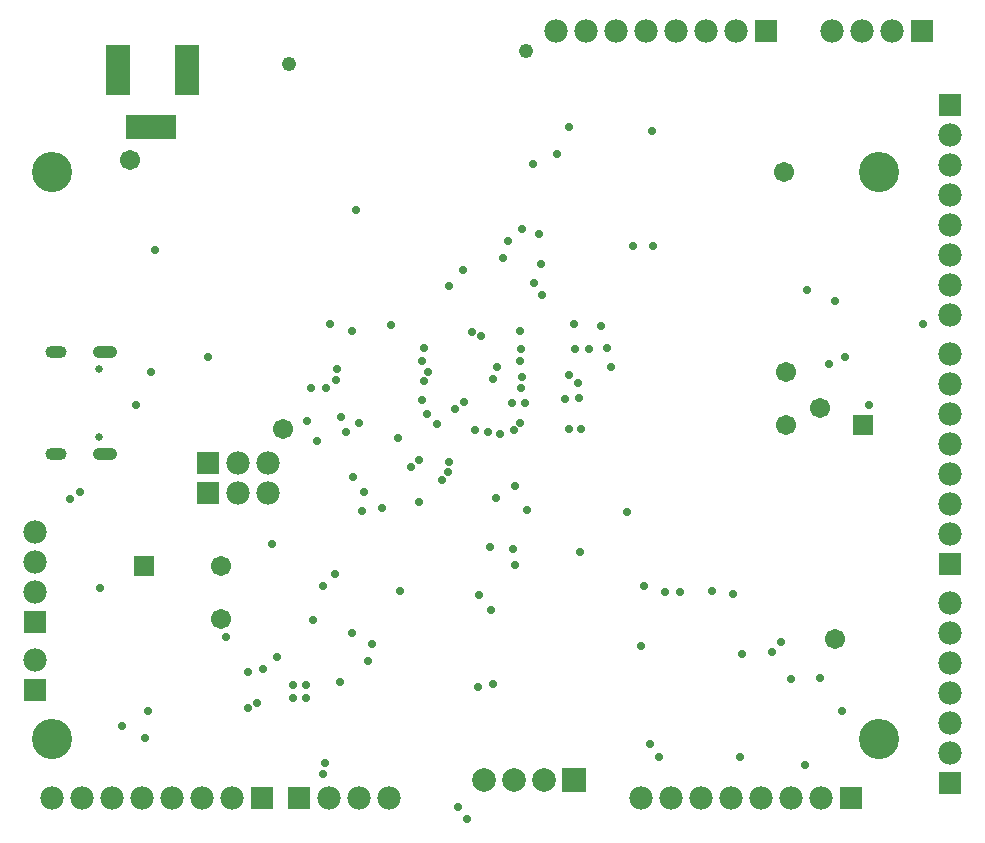
<source format=gbs>
G04*
G04 #@! TF.GenerationSoftware,Altium Limited,Altium Designer,23.6.0 (18)*
G04*
G04 Layer_Color=16711935*
%FSLAX25Y25*%
%MOIN*%
G70*
G04*
G04 #@! TF.SameCoordinates,CC12AEB3-2111-4EF4-9384-BB861815B030*
G04*
G04*
G04 #@! TF.FilePolarity,Negative*
G04*
G01*
G75*
%ADD67C,0.07800*%
%ADD68R,0.07800X0.07800*%
%ADD69C,0.13398*%
%ADD70R,0.07800X0.07800*%
%ADD71R,0.06706X0.06706*%
%ADD72C,0.06706*%
%ADD73C,0.02559*%
G04:AMPARAMS|DCode=74|XSize=39.37mil|YSize=82.68mil|CornerRadius=19.68mil|HoleSize=0mil|Usage=FLASHONLY|Rotation=270.000|XOffset=0mil|YOffset=0mil|HoleType=Round|Shape=RoundedRectangle|*
%AMROUNDEDRECTD74*
21,1,0.03937,0.04331,0,0,270.0*
21,1,0.00000,0.08268,0,0,270.0*
1,1,0.03937,-0.02165,0.00000*
1,1,0.03937,-0.02165,0.00000*
1,1,0.03937,0.02165,0.00000*
1,1,0.03937,0.02165,0.00000*
%
%ADD74ROUNDEDRECTD74*%
G04:AMPARAMS|DCode=75|XSize=39.37mil|YSize=70.87mil|CornerRadius=19.68mil|HoleSize=0mil|Usage=FLASHONLY|Rotation=270.000|XOffset=0mil|YOffset=0mil|HoleType=Round|Shape=RoundedRectangle|*
%AMROUNDEDRECTD75*
21,1,0.03937,0.03150,0,0,270.0*
21,1,0.00000,0.07087,0,0,270.0*
1,1,0.03937,-0.01575,0.00000*
1,1,0.03937,-0.01575,0.00000*
1,1,0.03937,0.01575,0.00000*
1,1,0.03937,0.01575,0.00000*
%
%ADD75ROUNDEDRECTD75*%
%ADD76R,0.16548X0.07887*%
%ADD77R,0.07887X0.16548*%
%ADD78C,0.07887*%
%ADD79R,0.07887X0.07887*%
%ADD80C,0.02800*%
%ADD81C,0.04800*%
%ADD82C,0.02769*%
D67*
X241000Y183909D02*
D03*
X251000Y183909D02*
D03*
X231000Y183909D02*
D03*
X221000Y183909D02*
D03*
X211000Y183909D02*
D03*
X201000Y183909D02*
D03*
X191000Y183909D02*
D03*
X185500Y272500D02*
D03*
X185500Y252500D02*
D03*
X185500Y262500D02*
D03*
X359000Y439500D02*
D03*
X369000Y439500D02*
D03*
X379000Y439500D02*
D03*
X389000Y439500D02*
D03*
X399000Y439500D02*
D03*
X419000Y439500D02*
D03*
X409000Y439500D02*
D03*
X185500Y230000D02*
D03*
X451000Y439500D02*
D03*
X471000Y439500D02*
D03*
X461000Y439500D02*
D03*
X263000Y285500D02*
D03*
X253000Y285500D02*
D03*
Y295500D02*
D03*
X263000Y295500D02*
D03*
X303500Y183909D02*
D03*
X283500Y183909D02*
D03*
X293500Y183909D02*
D03*
X490303Y332000D02*
D03*
X490303Y322000D02*
D03*
X490303Y312000D02*
D03*
X490303Y302000D02*
D03*
X490303Y292000D02*
D03*
X490303Y272000D02*
D03*
X490303Y282000D02*
D03*
X490303Y249000D02*
D03*
X490303Y239000D02*
D03*
X490303Y229000D02*
D03*
X490303Y219000D02*
D03*
X490303Y199000D02*
D03*
X490303Y209000D02*
D03*
X387500Y183909D02*
D03*
X397500Y183909D02*
D03*
X407500Y183909D02*
D03*
X417500Y183909D02*
D03*
X427500Y183909D02*
D03*
X447500Y183909D02*
D03*
X437500Y183909D02*
D03*
X490303Y345000D02*
D03*
X490303Y355000D02*
D03*
X490303Y365000D02*
D03*
X490303Y375000D02*
D03*
X490303Y385000D02*
D03*
X490303Y405000D02*
D03*
X490303Y395000D02*
D03*
D68*
X261000Y183909D02*
D03*
X429000Y439500D02*
D03*
X481000D02*
D03*
X243000Y285500D02*
D03*
Y295500D02*
D03*
X273500Y183909D02*
D03*
X457500D02*
D03*
D69*
X191248Y203437D02*
D03*
X466839D02*
D03*
X191248Y392413D02*
D03*
X466839D02*
D03*
D70*
X185500Y242500D02*
D03*
Y220000D02*
D03*
X490303Y262000D02*
D03*
Y189000D02*
D03*
Y415000D02*
D03*
D71*
X221705Y261358D02*
D03*
X461295Y308142D02*
D03*
D72*
X247295Y261358D02*
D03*
Y243642D02*
D03*
X435705Y308142D02*
D03*
Y325858D02*
D03*
X452000Y237000D02*
D03*
X268000Y307000D02*
D03*
X435000Y392500D02*
D03*
X217000Y396500D02*
D03*
X447000Y314000D02*
D03*
D73*
X206902Y304122D02*
D03*
Y326878D02*
D03*
D74*
X208870Y298492D02*
D03*
Y332508D02*
D03*
D75*
X192413Y298492D02*
D03*
Y332508D02*
D03*
D76*
X224189Y407602D02*
D03*
D77*
X213165Y426500D02*
D03*
X236000D02*
D03*
D78*
X335000Y190000D02*
D03*
X345000D02*
D03*
X355000D02*
D03*
D79*
X365000D02*
D03*
D80*
X450000Y328500D02*
D03*
X377500Y327500D02*
D03*
X323000Y292500D02*
D03*
X354500Y351500D02*
D03*
X351885Y355673D02*
D03*
X331000Y339145D02*
D03*
X315000Y333895D02*
D03*
X455500Y330898D02*
D03*
X442764Y353183D02*
D03*
X376000Y334000D02*
D03*
X374000Y341400D02*
D03*
X328000Y360000D02*
D03*
X343000Y369500D02*
D03*
X337304Y246633D02*
D03*
X297697Y235303D02*
D03*
X283699Y341966D02*
D03*
X367500Y307005D02*
D03*
X264500Y268500D02*
D03*
X293500Y309000D02*
D03*
X289000Y306000D02*
D03*
X219000Y315000D02*
D03*
X306500Y304000D02*
D03*
X334000Y338000D02*
D03*
X281500Y254500D02*
D03*
X285500Y258500D02*
D03*
X301000Y280500D02*
D03*
X310814Y294185D02*
D03*
X313500Y296500D02*
D03*
X294500Y279500D02*
D03*
X295000Y286000D02*
D03*
X225500Y366500D02*
D03*
X224000Y326000D02*
D03*
X363500Y307005D02*
D03*
X304000Y341500D02*
D03*
X336465Y305964D02*
D03*
X340328Y305300D02*
D03*
X332203Y306674D02*
D03*
X321000Y290000D02*
D03*
X316500Y326000D02*
D03*
X338000Y323500D02*
D03*
X282500Y320500D02*
D03*
X339000Y284000D02*
D03*
X365000Y341900D02*
D03*
X281500Y192000D02*
D03*
X313500Y282500D02*
D03*
X316218Y311812D02*
D03*
X319597Y308403D02*
D03*
X314500Y316500D02*
D03*
X328500Y316000D02*
D03*
X325500Y313500D02*
D03*
X314412Y329442D02*
D03*
X315000Y323000D02*
D03*
X223000Y213000D02*
D03*
X207000Y254000D02*
D03*
X222000Y204000D02*
D03*
X279513Y302766D02*
D03*
X276000Y309500D02*
D03*
X277500Y320500D02*
D03*
X286000Y327000D02*
D03*
X282000Y195500D02*
D03*
X363500Y324900D02*
D03*
X365500Y333600D02*
D03*
X370000D02*
D03*
X452000Y349500D02*
D03*
X481500Y342000D02*
D03*
X345500Y261500D02*
D03*
X337000Y267500D02*
D03*
X333500Y251500D02*
D03*
X333000Y221000D02*
D03*
X326500Y181000D02*
D03*
X329500Y177000D02*
D03*
X338049Y221819D02*
D03*
X454500Y213000D02*
D03*
X446962Y223746D02*
D03*
X434000Y236000D02*
D03*
X418000Y252000D02*
D03*
X348859Y315543D02*
D03*
X339500Y327500D02*
D03*
X344500Y315500D02*
D03*
X437500Y223500D02*
D03*
X431001Y232735D02*
D03*
X411218Y252792D02*
D03*
X214500Y208000D02*
D03*
X197000Y283500D02*
D03*
X243109Y330905D02*
D03*
X200500Y286000D02*
D03*
X291500Y291000D02*
D03*
X285697Y323303D02*
D03*
X287500Y311000D02*
D03*
X367000Y266000D02*
D03*
X420500Y197500D02*
D03*
X442000Y195000D02*
D03*
X388523Y254672D02*
D03*
X390500Y202000D02*
D03*
X344893Y267060D02*
D03*
X345500Y288000D02*
D03*
X349500Y280000D02*
D03*
X387500Y234500D02*
D03*
X393500Y197500D02*
D03*
X323497Y296022D02*
D03*
X249000Y237500D02*
D03*
X359500Y398500D02*
D03*
X323500Y354500D02*
D03*
X363500Y407500D02*
D03*
X384852Y368033D02*
D03*
X391471Y367977D02*
D03*
X353462Y371779D02*
D03*
X341500Y364000D02*
D03*
X347000Y309000D02*
D03*
X382879Y279185D02*
D03*
X463303Y314803D02*
D03*
X366669Y317300D02*
D03*
X366500Y322100D02*
D03*
X347863Y324396D02*
D03*
X347000Y329500D02*
D03*
Y339500D02*
D03*
X347500Y333500D02*
D03*
X347881Y373421D02*
D03*
X354000Y362000D02*
D03*
X391118Y406222D02*
D03*
X421000Y232000D02*
D03*
X400500Y252500D02*
D03*
X345000Y306500D02*
D03*
X395452Y252696D02*
D03*
X347500Y320500D02*
D03*
X351381Y395336D02*
D03*
X292500Y380000D02*
D03*
X259500Y215500D02*
D03*
X256500Y214000D02*
D03*
X307000Y253000D02*
D03*
X278013Y243227D02*
D03*
X291000Y339500D02*
D03*
X256464Y225857D02*
D03*
X266000Y231000D02*
D03*
X261521Y226792D02*
D03*
X287000Y222500D02*
D03*
X296500Y229500D02*
D03*
X291000Y239000D02*
D03*
X362000Y317042D02*
D03*
D81*
X270000Y428500D02*
D03*
X349000Y433000D02*
D03*
D82*
X271335Y221665D02*
D03*
Y217335D02*
D03*
X275665D02*
D03*
Y221665D02*
D03*
M02*

</source>
